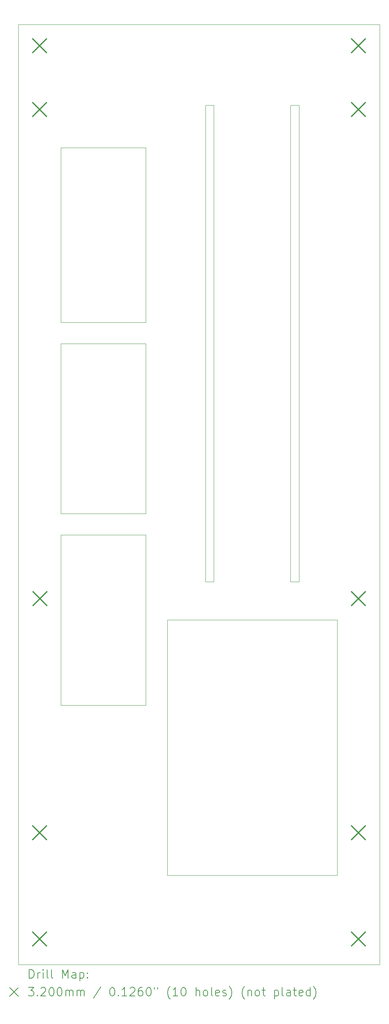
<source format=gbr>
%TF.GenerationSoftware,KiCad,Pcbnew,7.0.5*%
%TF.CreationDate,2023-07-03T18:51:50+02:00*%
%TF.ProjectId,Master_Board_panel,4d617374-6572-45f4-926f-6172645f7061,rev?*%
%TF.SameCoordinates,Original*%
%TF.FileFunction,Drillmap*%
%TF.FilePolarity,Positive*%
%FSLAX45Y45*%
G04 Gerber Fmt 4.5, Leading zero omitted, Abs format (unit mm)*
G04 Created by KiCad (PCBNEW 7.0.5) date 2023-07-03 18:51:50*
%MOMM*%
%LPD*%
G01*
G04 APERTURE LIST*
%ADD10C,0.100000*%
%ADD11C,0.200000*%
%ADD12C,0.320000*%
G04 APERTURE END LIST*
D10*
X10400000Y-2400000D02*
X10600000Y-2400000D01*
X10600000Y-13600000D01*
X10400000Y-13600000D01*
X10400000Y-2400000D01*
X5000000Y-3400000D02*
X7000000Y-3400000D01*
X7000000Y-7500000D01*
X5000000Y-7500000D01*
X5000000Y-3400000D01*
X7500000Y-14500000D02*
X11500000Y-14500000D01*
X11500000Y-20500000D01*
X7500000Y-20500000D01*
X7500000Y-14500000D01*
X8400000Y-2400000D02*
X8600000Y-2400000D01*
X8600000Y-13600000D01*
X8400000Y-13600000D01*
X8400000Y-2400000D01*
X4000000Y-500000D02*
X12500000Y-500000D01*
X12500000Y-22600000D01*
X4000000Y-22600000D01*
X4000000Y-500000D01*
X5000000Y-8000000D02*
X7000000Y-8000000D01*
X7000000Y-12000000D01*
X5000000Y-12000000D01*
X5000000Y-8000000D01*
X5000000Y-12500000D02*
X7000000Y-12500000D01*
X7000000Y-16500000D01*
X5000000Y-16500000D01*
X5000000Y-12500000D01*
D11*
D12*
X4340000Y-840000D02*
X4660000Y-1160000D01*
X4660000Y-840000D02*
X4340000Y-1160000D01*
X4340000Y-2340000D02*
X4660000Y-2660000D01*
X4660000Y-2340000D02*
X4340000Y-2660000D01*
X4340000Y-19340000D02*
X4660000Y-19660000D01*
X4660000Y-19340000D02*
X4340000Y-19660000D01*
X4340000Y-21840000D02*
X4660000Y-22160000D01*
X4660000Y-21840000D02*
X4340000Y-22160000D01*
X4348000Y-13840000D02*
X4668000Y-14160000D01*
X4668000Y-13840000D02*
X4348000Y-14160000D01*
X11840000Y-840000D02*
X12160000Y-1160000D01*
X12160000Y-840000D02*
X11840000Y-1160000D01*
X11840000Y-2340000D02*
X12160000Y-2660000D01*
X12160000Y-2340000D02*
X11840000Y-2660000D01*
X11840000Y-13840000D02*
X12160000Y-14160000D01*
X12160000Y-13840000D02*
X11840000Y-14160000D01*
X11840000Y-19340000D02*
X12160000Y-19660000D01*
X12160000Y-19340000D02*
X11840000Y-19660000D01*
X11840000Y-21840000D02*
X12160000Y-22160000D01*
X12160000Y-21840000D02*
X11840000Y-22160000D01*
D11*
X4255777Y-22916484D02*
X4255777Y-22716484D01*
X4255777Y-22716484D02*
X4303396Y-22716484D01*
X4303396Y-22716484D02*
X4331967Y-22726008D01*
X4331967Y-22726008D02*
X4351015Y-22745055D01*
X4351015Y-22745055D02*
X4360539Y-22764103D01*
X4360539Y-22764103D02*
X4370063Y-22802198D01*
X4370063Y-22802198D02*
X4370063Y-22830769D01*
X4370063Y-22830769D02*
X4360539Y-22868865D01*
X4360539Y-22868865D02*
X4351015Y-22887912D01*
X4351015Y-22887912D02*
X4331967Y-22906960D01*
X4331967Y-22906960D02*
X4303396Y-22916484D01*
X4303396Y-22916484D02*
X4255777Y-22916484D01*
X4455777Y-22916484D02*
X4455777Y-22783150D01*
X4455777Y-22821246D02*
X4465301Y-22802198D01*
X4465301Y-22802198D02*
X4474824Y-22792674D01*
X4474824Y-22792674D02*
X4493872Y-22783150D01*
X4493872Y-22783150D02*
X4512920Y-22783150D01*
X4579586Y-22916484D02*
X4579586Y-22783150D01*
X4579586Y-22716484D02*
X4570063Y-22726008D01*
X4570063Y-22726008D02*
X4579586Y-22735531D01*
X4579586Y-22735531D02*
X4589110Y-22726008D01*
X4589110Y-22726008D02*
X4579586Y-22716484D01*
X4579586Y-22716484D02*
X4579586Y-22735531D01*
X4703396Y-22916484D02*
X4684348Y-22906960D01*
X4684348Y-22906960D02*
X4674824Y-22887912D01*
X4674824Y-22887912D02*
X4674824Y-22716484D01*
X4808158Y-22916484D02*
X4789110Y-22906960D01*
X4789110Y-22906960D02*
X4779586Y-22887912D01*
X4779586Y-22887912D02*
X4779586Y-22716484D01*
X5036729Y-22916484D02*
X5036729Y-22716484D01*
X5036729Y-22716484D02*
X5103396Y-22859341D01*
X5103396Y-22859341D02*
X5170063Y-22716484D01*
X5170063Y-22716484D02*
X5170063Y-22916484D01*
X5351015Y-22916484D02*
X5351015Y-22811722D01*
X5351015Y-22811722D02*
X5341491Y-22792674D01*
X5341491Y-22792674D02*
X5322444Y-22783150D01*
X5322444Y-22783150D02*
X5284348Y-22783150D01*
X5284348Y-22783150D02*
X5265301Y-22792674D01*
X5351015Y-22906960D02*
X5331967Y-22916484D01*
X5331967Y-22916484D02*
X5284348Y-22916484D01*
X5284348Y-22916484D02*
X5265301Y-22906960D01*
X5265301Y-22906960D02*
X5255777Y-22887912D01*
X5255777Y-22887912D02*
X5255777Y-22868865D01*
X5255777Y-22868865D02*
X5265301Y-22849817D01*
X5265301Y-22849817D02*
X5284348Y-22840293D01*
X5284348Y-22840293D02*
X5331967Y-22840293D01*
X5331967Y-22840293D02*
X5351015Y-22830769D01*
X5446253Y-22783150D02*
X5446253Y-22983150D01*
X5446253Y-22792674D02*
X5465301Y-22783150D01*
X5465301Y-22783150D02*
X5503396Y-22783150D01*
X5503396Y-22783150D02*
X5522444Y-22792674D01*
X5522444Y-22792674D02*
X5531967Y-22802198D01*
X5531967Y-22802198D02*
X5541491Y-22821246D01*
X5541491Y-22821246D02*
X5541491Y-22878388D01*
X5541491Y-22878388D02*
X5531967Y-22897436D01*
X5531967Y-22897436D02*
X5522444Y-22906960D01*
X5522444Y-22906960D02*
X5503396Y-22916484D01*
X5503396Y-22916484D02*
X5465301Y-22916484D01*
X5465301Y-22916484D02*
X5446253Y-22906960D01*
X5627205Y-22897436D02*
X5636729Y-22906960D01*
X5636729Y-22906960D02*
X5627205Y-22916484D01*
X5627205Y-22916484D02*
X5617682Y-22906960D01*
X5617682Y-22906960D02*
X5627205Y-22897436D01*
X5627205Y-22897436D02*
X5627205Y-22916484D01*
X5627205Y-22792674D02*
X5636729Y-22802198D01*
X5636729Y-22802198D02*
X5627205Y-22811722D01*
X5627205Y-22811722D02*
X5617682Y-22802198D01*
X5617682Y-22802198D02*
X5627205Y-22792674D01*
X5627205Y-22792674D02*
X5627205Y-22811722D01*
X3795000Y-23145000D02*
X3995000Y-23345000D01*
X3995000Y-23145000D02*
X3795000Y-23345000D01*
X4236729Y-23136484D02*
X4360539Y-23136484D01*
X4360539Y-23136484D02*
X4293872Y-23212674D01*
X4293872Y-23212674D02*
X4322444Y-23212674D01*
X4322444Y-23212674D02*
X4341491Y-23222198D01*
X4341491Y-23222198D02*
X4351015Y-23231722D01*
X4351015Y-23231722D02*
X4360539Y-23250769D01*
X4360539Y-23250769D02*
X4360539Y-23298388D01*
X4360539Y-23298388D02*
X4351015Y-23317436D01*
X4351015Y-23317436D02*
X4341491Y-23326960D01*
X4341491Y-23326960D02*
X4322444Y-23336484D01*
X4322444Y-23336484D02*
X4265301Y-23336484D01*
X4265301Y-23336484D02*
X4246253Y-23326960D01*
X4246253Y-23326960D02*
X4236729Y-23317436D01*
X4446253Y-23317436D02*
X4455777Y-23326960D01*
X4455777Y-23326960D02*
X4446253Y-23336484D01*
X4446253Y-23336484D02*
X4436729Y-23326960D01*
X4436729Y-23326960D02*
X4446253Y-23317436D01*
X4446253Y-23317436D02*
X4446253Y-23336484D01*
X4531967Y-23155531D02*
X4541491Y-23146008D01*
X4541491Y-23146008D02*
X4560539Y-23136484D01*
X4560539Y-23136484D02*
X4608158Y-23136484D01*
X4608158Y-23136484D02*
X4627205Y-23146008D01*
X4627205Y-23146008D02*
X4636729Y-23155531D01*
X4636729Y-23155531D02*
X4646253Y-23174579D01*
X4646253Y-23174579D02*
X4646253Y-23193627D01*
X4646253Y-23193627D02*
X4636729Y-23222198D01*
X4636729Y-23222198D02*
X4522444Y-23336484D01*
X4522444Y-23336484D02*
X4646253Y-23336484D01*
X4770063Y-23136484D02*
X4789110Y-23136484D01*
X4789110Y-23136484D02*
X4808158Y-23146008D01*
X4808158Y-23146008D02*
X4817682Y-23155531D01*
X4817682Y-23155531D02*
X4827205Y-23174579D01*
X4827205Y-23174579D02*
X4836729Y-23212674D01*
X4836729Y-23212674D02*
X4836729Y-23260293D01*
X4836729Y-23260293D02*
X4827205Y-23298388D01*
X4827205Y-23298388D02*
X4817682Y-23317436D01*
X4817682Y-23317436D02*
X4808158Y-23326960D01*
X4808158Y-23326960D02*
X4789110Y-23336484D01*
X4789110Y-23336484D02*
X4770063Y-23336484D01*
X4770063Y-23336484D02*
X4751015Y-23326960D01*
X4751015Y-23326960D02*
X4741491Y-23317436D01*
X4741491Y-23317436D02*
X4731967Y-23298388D01*
X4731967Y-23298388D02*
X4722444Y-23260293D01*
X4722444Y-23260293D02*
X4722444Y-23212674D01*
X4722444Y-23212674D02*
X4731967Y-23174579D01*
X4731967Y-23174579D02*
X4741491Y-23155531D01*
X4741491Y-23155531D02*
X4751015Y-23146008D01*
X4751015Y-23146008D02*
X4770063Y-23136484D01*
X4960539Y-23136484D02*
X4979586Y-23136484D01*
X4979586Y-23136484D02*
X4998634Y-23146008D01*
X4998634Y-23146008D02*
X5008158Y-23155531D01*
X5008158Y-23155531D02*
X5017682Y-23174579D01*
X5017682Y-23174579D02*
X5027205Y-23212674D01*
X5027205Y-23212674D02*
X5027205Y-23260293D01*
X5027205Y-23260293D02*
X5017682Y-23298388D01*
X5017682Y-23298388D02*
X5008158Y-23317436D01*
X5008158Y-23317436D02*
X4998634Y-23326960D01*
X4998634Y-23326960D02*
X4979586Y-23336484D01*
X4979586Y-23336484D02*
X4960539Y-23336484D01*
X4960539Y-23336484D02*
X4941491Y-23326960D01*
X4941491Y-23326960D02*
X4931967Y-23317436D01*
X4931967Y-23317436D02*
X4922444Y-23298388D01*
X4922444Y-23298388D02*
X4912920Y-23260293D01*
X4912920Y-23260293D02*
X4912920Y-23212674D01*
X4912920Y-23212674D02*
X4922444Y-23174579D01*
X4922444Y-23174579D02*
X4931967Y-23155531D01*
X4931967Y-23155531D02*
X4941491Y-23146008D01*
X4941491Y-23146008D02*
X4960539Y-23136484D01*
X5112920Y-23336484D02*
X5112920Y-23203150D01*
X5112920Y-23222198D02*
X5122444Y-23212674D01*
X5122444Y-23212674D02*
X5141491Y-23203150D01*
X5141491Y-23203150D02*
X5170063Y-23203150D01*
X5170063Y-23203150D02*
X5189110Y-23212674D01*
X5189110Y-23212674D02*
X5198634Y-23231722D01*
X5198634Y-23231722D02*
X5198634Y-23336484D01*
X5198634Y-23231722D02*
X5208158Y-23212674D01*
X5208158Y-23212674D02*
X5227205Y-23203150D01*
X5227205Y-23203150D02*
X5255777Y-23203150D01*
X5255777Y-23203150D02*
X5274825Y-23212674D01*
X5274825Y-23212674D02*
X5284348Y-23231722D01*
X5284348Y-23231722D02*
X5284348Y-23336484D01*
X5379586Y-23336484D02*
X5379586Y-23203150D01*
X5379586Y-23222198D02*
X5389110Y-23212674D01*
X5389110Y-23212674D02*
X5408158Y-23203150D01*
X5408158Y-23203150D02*
X5436729Y-23203150D01*
X5436729Y-23203150D02*
X5455777Y-23212674D01*
X5455777Y-23212674D02*
X5465301Y-23231722D01*
X5465301Y-23231722D02*
X5465301Y-23336484D01*
X5465301Y-23231722D02*
X5474825Y-23212674D01*
X5474825Y-23212674D02*
X5493872Y-23203150D01*
X5493872Y-23203150D02*
X5522444Y-23203150D01*
X5522444Y-23203150D02*
X5541491Y-23212674D01*
X5541491Y-23212674D02*
X5551015Y-23231722D01*
X5551015Y-23231722D02*
X5551015Y-23336484D01*
X5941491Y-23126960D02*
X5770063Y-23384103D01*
X6198634Y-23136484D02*
X6217682Y-23136484D01*
X6217682Y-23136484D02*
X6236729Y-23146008D01*
X6236729Y-23146008D02*
X6246253Y-23155531D01*
X6246253Y-23155531D02*
X6255777Y-23174579D01*
X6255777Y-23174579D02*
X6265301Y-23212674D01*
X6265301Y-23212674D02*
X6265301Y-23260293D01*
X6265301Y-23260293D02*
X6255777Y-23298388D01*
X6255777Y-23298388D02*
X6246253Y-23317436D01*
X6246253Y-23317436D02*
X6236729Y-23326960D01*
X6236729Y-23326960D02*
X6217682Y-23336484D01*
X6217682Y-23336484D02*
X6198634Y-23336484D01*
X6198634Y-23336484D02*
X6179586Y-23326960D01*
X6179586Y-23326960D02*
X6170063Y-23317436D01*
X6170063Y-23317436D02*
X6160539Y-23298388D01*
X6160539Y-23298388D02*
X6151015Y-23260293D01*
X6151015Y-23260293D02*
X6151015Y-23212674D01*
X6151015Y-23212674D02*
X6160539Y-23174579D01*
X6160539Y-23174579D02*
X6170063Y-23155531D01*
X6170063Y-23155531D02*
X6179586Y-23146008D01*
X6179586Y-23146008D02*
X6198634Y-23136484D01*
X6351015Y-23317436D02*
X6360539Y-23326960D01*
X6360539Y-23326960D02*
X6351015Y-23336484D01*
X6351015Y-23336484D02*
X6341491Y-23326960D01*
X6341491Y-23326960D02*
X6351015Y-23317436D01*
X6351015Y-23317436D02*
X6351015Y-23336484D01*
X6551015Y-23336484D02*
X6436729Y-23336484D01*
X6493872Y-23336484D02*
X6493872Y-23136484D01*
X6493872Y-23136484D02*
X6474825Y-23165055D01*
X6474825Y-23165055D02*
X6455777Y-23184103D01*
X6455777Y-23184103D02*
X6436729Y-23193627D01*
X6627206Y-23155531D02*
X6636729Y-23146008D01*
X6636729Y-23146008D02*
X6655777Y-23136484D01*
X6655777Y-23136484D02*
X6703396Y-23136484D01*
X6703396Y-23136484D02*
X6722444Y-23146008D01*
X6722444Y-23146008D02*
X6731967Y-23155531D01*
X6731967Y-23155531D02*
X6741491Y-23174579D01*
X6741491Y-23174579D02*
X6741491Y-23193627D01*
X6741491Y-23193627D02*
X6731967Y-23222198D01*
X6731967Y-23222198D02*
X6617682Y-23336484D01*
X6617682Y-23336484D02*
X6741491Y-23336484D01*
X6912920Y-23136484D02*
X6874825Y-23136484D01*
X6874825Y-23136484D02*
X6855777Y-23146008D01*
X6855777Y-23146008D02*
X6846253Y-23155531D01*
X6846253Y-23155531D02*
X6827206Y-23184103D01*
X6827206Y-23184103D02*
X6817682Y-23222198D01*
X6817682Y-23222198D02*
X6817682Y-23298388D01*
X6817682Y-23298388D02*
X6827206Y-23317436D01*
X6827206Y-23317436D02*
X6836729Y-23326960D01*
X6836729Y-23326960D02*
X6855777Y-23336484D01*
X6855777Y-23336484D02*
X6893872Y-23336484D01*
X6893872Y-23336484D02*
X6912920Y-23326960D01*
X6912920Y-23326960D02*
X6922444Y-23317436D01*
X6922444Y-23317436D02*
X6931967Y-23298388D01*
X6931967Y-23298388D02*
X6931967Y-23250769D01*
X6931967Y-23250769D02*
X6922444Y-23231722D01*
X6922444Y-23231722D02*
X6912920Y-23222198D01*
X6912920Y-23222198D02*
X6893872Y-23212674D01*
X6893872Y-23212674D02*
X6855777Y-23212674D01*
X6855777Y-23212674D02*
X6836729Y-23222198D01*
X6836729Y-23222198D02*
X6827206Y-23231722D01*
X6827206Y-23231722D02*
X6817682Y-23250769D01*
X7055777Y-23136484D02*
X7074825Y-23136484D01*
X7074825Y-23136484D02*
X7093872Y-23146008D01*
X7093872Y-23146008D02*
X7103396Y-23155531D01*
X7103396Y-23155531D02*
X7112920Y-23174579D01*
X7112920Y-23174579D02*
X7122444Y-23212674D01*
X7122444Y-23212674D02*
X7122444Y-23260293D01*
X7122444Y-23260293D02*
X7112920Y-23298388D01*
X7112920Y-23298388D02*
X7103396Y-23317436D01*
X7103396Y-23317436D02*
X7093872Y-23326960D01*
X7093872Y-23326960D02*
X7074825Y-23336484D01*
X7074825Y-23336484D02*
X7055777Y-23336484D01*
X7055777Y-23336484D02*
X7036729Y-23326960D01*
X7036729Y-23326960D02*
X7027206Y-23317436D01*
X7027206Y-23317436D02*
X7017682Y-23298388D01*
X7017682Y-23298388D02*
X7008158Y-23260293D01*
X7008158Y-23260293D02*
X7008158Y-23212674D01*
X7008158Y-23212674D02*
X7017682Y-23174579D01*
X7017682Y-23174579D02*
X7027206Y-23155531D01*
X7027206Y-23155531D02*
X7036729Y-23146008D01*
X7036729Y-23146008D02*
X7055777Y-23136484D01*
X7198634Y-23136484D02*
X7198634Y-23174579D01*
X7274825Y-23136484D02*
X7274825Y-23174579D01*
X7570063Y-23412674D02*
X7560539Y-23403150D01*
X7560539Y-23403150D02*
X7541491Y-23374579D01*
X7541491Y-23374579D02*
X7531968Y-23355531D01*
X7531968Y-23355531D02*
X7522444Y-23326960D01*
X7522444Y-23326960D02*
X7512920Y-23279341D01*
X7512920Y-23279341D02*
X7512920Y-23241246D01*
X7512920Y-23241246D02*
X7522444Y-23193627D01*
X7522444Y-23193627D02*
X7531968Y-23165055D01*
X7531968Y-23165055D02*
X7541491Y-23146008D01*
X7541491Y-23146008D02*
X7560539Y-23117436D01*
X7560539Y-23117436D02*
X7570063Y-23107912D01*
X7751015Y-23336484D02*
X7636729Y-23336484D01*
X7693872Y-23336484D02*
X7693872Y-23136484D01*
X7693872Y-23136484D02*
X7674825Y-23165055D01*
X7674825Y-23165055D02*
X7655777Y-23184103D01*
X7655777Y-23184103D02*
X7636729Y-23193627D01*
X7874825Y-23136484D02*
X7893872Y-23136484D01*
X7893872Y-23136484D02*
X7912920Y-23146008D01*
X7912920Y-23146008D02*
X7922444Y-23155531D01*
X7922444Y-23155531D02*
X7931968Y-23174579D01*
X7931968Y-23174579D02*
X7941491Y-23212674D01*
X7941491Y-23212674D02*
X7941491Y-23260293D01*
X7941491Y-23260293D02*
X7931968Y-23298388D01*
X7931968Y-23298388D02*
X7922444Y-23317436D01*
X7922444Y-23317436D02*
X7912920Y-23326960D01*
X7912920Y-23326960D02*
X7893872Y-23336484D01*
X7893872Y-23336484D02*
X7874825Y-23336484D01*
X7874825Y-23336484D02*
X7855777Y-23326960D01*
X7855777Y-23326960D02*
X7846253Y-23317436D01*
X7846253Y-23317436D02*
X7836729Y-23298388D01*
X7836729Y-23298388D02*
X7827206Y-23260293D01*
X7827206Y-23260293D02*
X7827206Y-23212674D01*
X7827206Y-23212674D02*
X7836729Y-23174579D01*
X7836729Y-23174579D02*
X7846253Y-23155531D01*
X7846253Y-23155531D02*
X7855777Y-23146008D01*
X7855777Y-23146008D02*
X7874825Y-23136484D01*
X8179587Y-23336484D02*
X8179587Y-23136484D01*
X8265301Y-23336484D02*
X8265301Y-23231722D01*
X8265301Y-23231722D02*
X8255777Y-23212674D01*
X8255777Y-23212674D02*
X8236730Y-23203150D01*
X8236730Y-23203150D02*
X8208158Y-23203150D01*
X8208158Y-23203150D02*
X8189110Y-23212674D01*
X8189110Y-23212674D02*
X8179587Y-23222198D01*
X8389111Y-23336484D02*
X8370063Y-23326960D01*
X8370063Y-23326960D02*
X8360539Y-23317436D01*
X8360539Y-23317436D02*
X8351015Y-23298388D01*
X8351015Y-23298388D02*
X8351015Y-23241246D01*
X8351015Y-23241246D02*
X8360539Y-23222198D01*
X8360539Y-23222198D02*
X8370063Y-23212674D01*
X8370063Y-23212674D02*
X8389111Y-23203150D01*
X8389111Y-23203150D02*
X8417682Y-23203150D01*
X8417682Y-23203150D02*
X8436730Y-23212674D01*
X8436730Y-23212674D02*
X8446253Y-23222198D01*
X8446253Y-23222198D02*
X8455777Y-23241246D01*
X8455777Y-23241246D02*
X8455777Y-23298388D01*
X8455777Y-23298388D02*
X8446253Y-23317436D01*
X8446253Y-23317436D02*
X8436730Y-23326960D01*
X8436730Y-23326960D02*
X8417682Y-23336484D01*
X8417682Y-23336484D02*
X8389111Y-23336484D01*
X8570063Y-23336484D02*
X8551015Y-23326960D01*
X8551015Y-23326960D02*
X8541492Y-23307912D01*
X8541492Y-23307912D02*
X8541492Y-23136484D01*
X8722444Y-23326960D02*
X8703396Y-23336484D01*
X8703396Y-23336484D02*
X8665301Y-23336484D01*
X8665301Y-23336484D02*
X8646253Y-23326960D01*
X8646253Y-23326960D02*
X8636730Y-23307912D01*
X8636730Y-23307912D02*
X8636730Y-23231722D01*
X8636730Y-23231722D02*
X8646253Y-23212674D01*
X8646253Y-23212674D02*
X8665301Y-23203150D01*
X8665301Y-23203150D02*
X8703396Y-23203150D01*
X8703396Y-23203150D02*
X8722444Y-23212674D01*
X8722444Y-23212674D02*
X8731968Y-23231722D01*
X8731968Y-23231722D02*
X8731968Y-23250769D01*
X8731968Y-23250769D02*
X8636730Y-23269817D01*
X8808158Y-23326960D02*
X8827206Y-23336484D01*
X8827206Y-23336484D02*
X8865301Y-23336484D01*
X8865301Y-23336484D02*
X8884349Y-23326960D01*
X8884349Y-23326960D02*
X8893873Y-23307912D01*
X8893873Y-23307912D02*
X8893873Y-23298388D01*
X8893873Y-23298388D02*
X8884349Y-23279341D01*
X8884349Y-23279341D02*
X8865301Y-23269817D01*
X8865301Y-23269817D02*
X8836730Y-23269817D01*
X8836730Y-23269817D02*
X8817682Y-23260293D01*
X8817682Y-23260293D02*
X8808158Y-23241246D01*
X8808158Y-23241246D02*
X8808158Y-23231722D01*
X8808158Y-23231722D02*
X8817682Y-23212674D01*
X8817682Y-23212674D02*
X8836730Y-23203150D01*
X8836730Y-23203150D02*
X8865301Y-23203150D01*
X8865301Y-23203150D02*
X8884349Y-23212674D01*
X8960539Y-23412674D02*
X8970063Y-23403150D01*
X8970063Y-23403150D02*
X8989111Y-23374579D01*
X8989111Y-23374579D02*
X8998634Y-23355531D01*
X8998634Y-23355531D02*
X9008158Y-23326960D01*
X9008158Y-23326960D02*
X9017682Y-23279341D01*
X9017682Y-23279341D02*
X9017682Y-23241246D01*
X9017682Y-23241246D02*
X9008158Y-23193627D01*
X9008158Y-23193627D02*
X8998634Y-23165055D01*
X8998634Y-23165055D02*
X8989111Y-23146008D01*
X8989111Y-23146008D02*
X8970063Y-23117436D01*
X8970063Y-23117436D02*
X8960539Y-23107912D01*
X9322444Y-23412674D02*
X9312920Y-23403150D01*
X9312920Y-23403150D02*
X9293873Y-23374579D01*
X9293873Y-23374579D02*
X9284349Y-23355531D01*
X9284349Y-23355531D02*
X9274825Y-23326960D01*
X9274825Y-23326960D02*
X9265301Y-23279341D01*
X9265301Y-23279341D02*
X9265301Y-23241246D01*
X9265301Y-23241246D02*
X9274825Y-23193627D01*
X9274825Y-23193627D02*
X9284349Y-23165055D01*
X9284349Y-23165055D02*
X9293873Y-23146008D01*
X9293873Y-23146008D02*
X9312920Y-23117436D01*
X9312920Y-23117436D02*
X9322444Y-23107912D01*
X9398634Y-23203150D02*
X9398634Y-23336484D01*
X9398634Y-23222198D02*
X9408158Y-23212674D01*
X9408158Y-23212674D02*
X9427206Y-23203150D01*
X9427206Y-23203150D02*
X9455777Y-23203150D01*
X9455777Y-23203150D02*
X9474825Y-23212674D01*
X9474825Y-23212674D02*
X9484349Y-23231722D01*
X9484349Y-23231722D02*
X9484349Y-23336484D01*
X9608158Y-23336484D02*
X9589111Y-23326960D01*
X9589111Y-23326960D02*
X9579587Y-23317436D01*
X9579587Y-23317436D02*
X9570063Y-23298388D01*
X9570063Y-23298388D02*
X9570063Y-23241246D01*
X9570063Y-23241246D02*
X9579587Y-23222198D01*
X9579587Y-23222198D02*
X9589111Y-23212674D01*
X9589111Y-23212674D02*
X9608158Y-23203150D01*
X9608158Y-23203150D02*
X9636730Y-23203150D01*
X9636730Y-23203150D02*
X9655777Y-23212674D01*
X9655777Y-23212674D02*
X9665301Y-23222198D01*
X9665301Y-23222198D02*
X9674825Y-23241246D01*
X9674825Y-23241246D02*
X9674825Y-23298388D01*
X9674825Y-23298388D02*
X9665301Y-23317436D01*
X9665301Y-23317436D02*
X9655777Y-23326960D01*
X9655777Y-23326960D02*
X9636730Y-23336484D01*
X9636730Y-23336484D02*
X9608158Y-23336484D01*
X9731968Y-23203150D02*
X9808158Y-23203150D01*
X9760539Y-23136484D02*
X9760539Y-23307912D01*
X9760539Y-23307912D02*
X9770063Y-23326960D01*
X9770063Y-23326960D02*
X9789111Y-23336484D01*
X9789111Y-23336484D02*
X9808158Y-23336484D01*
X10027206Y-23203150D02*
X10027206Y-23403150D01*
X10027206Y-23212674D02*
X10046254Y-23203150D01*
X10046254Y-23203150D02*
X10084349Y-23203150D01*
X10084349Y-23203150D02*
X10103396Y-23212674D01*
X10103396Y-23212674D02*
X10112920Y-23222198D01*
X10112920Y-23222198D02*
X10122444Y-23241246D01*
X10122444Y-23241246D02*
X10122444Y-23298388D01*
X10122444Y-23298388D02*
X10112920Y-23317436D01*
X10112920Y-23317436D02*
X10103396Y-23326960D01*
X10103396Y-23326960D02*
X10084349Y-23336484D01*
X10084349Y-23336484D02*
X10046254Y-23336484D01*
X10046254Y-23336484D02*
X10027206Y-23326960D01*
X10236730Y-23336484D02*
X10217682Y-23326960D01*
X10217682Y-23326960D02*
X10208158Y-23307912D01*
X10208158Y-23307912D02*
X10208158Y-23136484D01*
X10398635Y-23336484D02*
X10398635Y-23231722D01*
X10398635Y-23231722D02*
X10389111Y-23212674D01*
X10389111Y-23212674D02*
X10370063Y-23203150D01*
X10370063Y-23203150D02*
X10331968Y-23203150D01*
X10331968Y-23203150D02*
X10312920Y-23212674D01*
X10398635Y-23326960D02*
X10379587Y-23336484D01*
X10379587Y-23336484D02*
X10331968Y-23336484D01*
X10331968Y-23336484D02*
X10312920Y-23326960D01*
X10312920Y-23326960D02*
X10303396Y-23307912D01*
X10303396Y-23307912D02*
X10303396Y-23288865D01*
X10303396Y-23288865D02*
X10312920Y-23269817D01*
X10312920Y-23269817D02*
X10331968Y-23260293D01*
X10331968Y-23260293D02*
X10379587Y-23260293D01*
X10379587Y-23260293D02*
X10398635Y-23250769D01*
X10465301Y-23203150D02*
X10541492Y-23203150D01*
X10493873Y-23136484D02*
X10493873Y-23307912D01*
X10493873Y-23307912D02*
X10503396Y-23326960D01*
X10503396Y-23326960D02*
X10522444Y-23336484D01*
X10522444Y-23336484D02*
X10541492Y-23336484D01*
X10684349Y-23326960D02*
X10665301Y-23336484D01*
X10665301Y-23336484D02*
X10627206Y-23336484D01*
X10627206Y-23336484D02*
X10608158Y-23326960D01*
X10608158Y-23326960D02*
X10598635Y-23307912D01*
X10598635Y-23307912D02*
X10598635Y-23231722D01*
X10598635Y-23231722D02*
X10608158Y-23212674D01*
X10608158Y-23212674D02*
X10627206Y-23203150D01*
X10627206Y-23203150D02*
X10665301Y-23203150D01*
X10665301Y-23203150D02*
X10684349Y-23212674D01*
X10684349Y-23212674D02*
X10693873Y-23231722D01*
X10693873Y-23231722D02*
X10693873Y-23250769D01*
X10693873Y-23250769D02*
X10598635Y-23269817D01*
X10865301Y-23336484D02*
X10865301Y-23136484D01*
X10865301Y-23326960D02*
X10846254Y-23336484D01*
X10846254Y-23336484D02*
X10808158Y-23336484D01*
X10808158Y-23336484D02*
X10789111Y-23326960D01*
X10789111Y-23326960D02*
X10779587Y-23317436D01*
X10779587Y-23317436D02*
X10770063Y-23298388D01*
X10770063Y-23298388D02*
X10770063Y-23241246D01*
X10770063Y-23241246D02*
X10779587Y-23222198D01*
X10779587Y-23222198D02*
X10789111Y-23212674D01*
X10789111Y-23212674D02*
X10808158Y-23203150D01*
X10808158Y-23203150D02*
X10846254Y-23203150D01*
X10846254Y-23203150D02*
X10865301Y-23212674D01*
X10941492Y-23412674D02*
X10951016Y-23403150D01*
X10951016Y-23403150D02*
X10970063Y-23374579D01*
X10970063Y-23374579D02*
X10979587Y-23355531D01*
X10979587Y-23355531D02*
X10989111Y-23326960D01*
X10989111Y-23326960D02*
X10998635Y-23279341D01*
X10998635Y-23279341D02*
X10998635Y-23241246D01*
X10998635Y-23241246D02*
X10989111Y-23193627D01*
X10989111Y-23193627D02*
X10979587Y-23165055D01*
X10979587Y-23165055D02*
X10970063Y-23146008D01*
X10970063Y-23146008D02*
X10951016Y-23117436D01*
X10951016Y-23117436D02*
X10941492Y-23107912D01*
M02*

</source>
